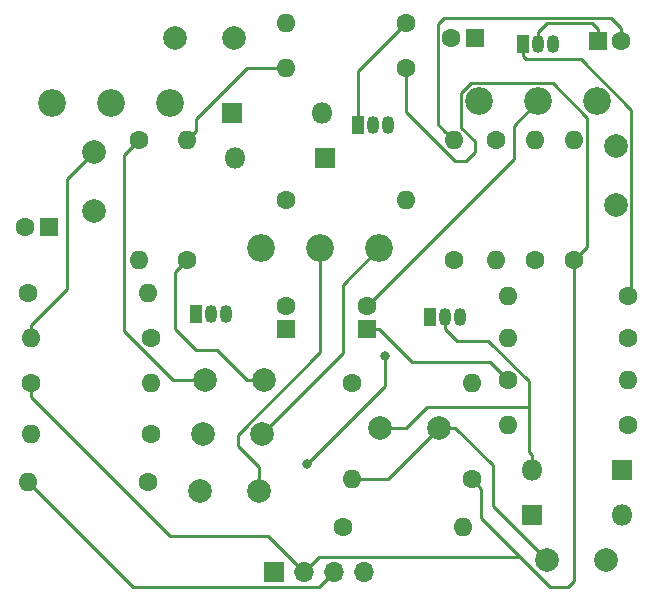
<source format=gbr>
%TF.GenerationSoftware,KiCad,Pcbnew,7.0.11+dfsg-1build4*%
%TF.CreationDate,2025-11-16T21:21:00-05:00*%
%TF.ProjectId,Distortion-01-BMP,44697374-6f72-4746-996f-6e2d30312d42,rev?*%
%TF.SameCoordinates,Original*%
%TF.FileFunction,Copper,L2,Bot*%
%TF.FilePolarity,Positive*%
%FSLAX46Y46*%
G04 Gerber Fmt 4.6, Leading zero omitted, Abs format (unit mm)*
G04 Created by KiCad (PCBNEW 7.0.11+dfsg-1build4) date 2025-11-16 21:21:00*
%MOMM*%
%LPD*%
G01*
G04 APERTURE LIST*
%TA.AperFunction,ComponentPad*%
%ADD10R,1.600000X1.600000*%
%TD*%
%TA.AperFunction,ComponentPad*%
%ADD11C,1.600000*%
%TD*%
%TA.AperFunction,ComponentPad*%
%ADD12C,2.000000*%
%TD*%
%TA.AperFunction,ComponentPad*%
%ADD13O,1.800000X1.800000*%
%TD*%
%TA.AperFunction,ComponentPad*%
%ADD14R,1.800000X1.800000*%
%TD*%
%TA.AperFunction,ComponentPad*%
%ADD15R,1.700000X1.700000*%
%TD*%
%TA.AperFunction,ComponentPad*%
%ADD16O,1.700000X1.700000*%
%TD*%
%TA.AperFunction,ComponentPad*%
%ADD17R,1.050000X1.500000*%
%TD*%
%TA.AperFunction,ComponentPad*%
%ADD18O,1.050000X1.500000*%
%TD*%
%TA.AperFunction,ComponentPad*%
%ADD19O,1.600000X1.600000*%
%TD*%
%TA.AperFunction,ComponentPad*%
%ADD20C,2.340000*%
%TD*%
%TA.AperFunction,ViaPad*%
%ADD21C,0.800000*%
%TD*%
%TA.AperFunction,Conductor*%
%ADD22C,0.250000*%
%TD*%
G04 APERTURE END LIST*
D10*
X150368000Y-53594000D03*
D11*
X152368000Y-53594000D03*
D12*
X151892000Y-62484000D03*
X151892000Y-67484000D03*
D10*
X139954000Y-53340000D03*
D11*
X137954000Y-53340000D03*
D10*
X130810000Y-77978000D03*
D11*
X130810000Y-75978000D03*
D12*
X146050000Y-97536000D03*
X151050000Y-97536000D03*
X136906000Y-86360000D03*
X131906000Y-86360000D03*
D10*
X123952000Y-77978000D03*
D11*
X123952000Y-75978000D03*
D12*
X117094000Y-82296000D03*
X122094000Y-82296000D03*
X121920000Y-86868000D03*
X116920000Y-86868000D03*
X121666000Y-91694000D03*
X116666000Y-91694000D03*
D10*
X103886000Y-69342000D03*
D11*
X101886000Y-69342000D03*
D13*
X152400000Y-93726000D03*
D14*
X144780000Y-93726000D03*
X152400000Y-89916000D03*
D13*
X144780000Y-89916000D03*
D14*
X127254000Y-63500000D03*
D13*
X119634000Y-63500000D03*
D14*
X119380000Y-59690000D03*
D13*
X127000000Y-59690000D03*
D15*
X122936000Y-98552000D03*
D16*
X125476000Y-98552000D03*
X128016000Y-98552000D03*
X130556000Y-98552000D03*
D17*
X144018000Y-53848000D03*
D18*
X145288000Y-53848000D03*
X146558000Y-53848000D03*
X138684000Y-76962000D03*
X137414000Y-76962000D03*
D17*
X136144000Y-76962000D03*
X130048000Y-60706000D03*
D18*
X131318000Y-60706000D03*
X132588000Y-60706000D03*
X118872000Y-76708000D03*
X117602000Y-76708000D03*
D17*
X116332000Y-76708000D03*
D11*
X138176000Y-72136000D03*
D19*
X138176000Y-61976000D03*
D11*
X141732000Y-61976000D03*
D19*
X141732000Y-72136000D03*
D11*
X145034000Y-72136000D03*
D19*
X145034000Y-61976000D03*
D11*
X148336000Y-72136000D03*
D19*
X148336000Y-61976000D03*
D11*
X152908000Y-75184000D03*
D19*
X142748000Y-75184000D03*
D11*
X152908000Y-78740000D03*
D19*
X142748000Y-78740000D03*
D11*
X142748000Y-82296000D03*
D19*
X152908000Y-82296000D03*
D11*
X152908000Y-86106000D03*
D19*
X142748000Y-86106000D03*
D11*
X129540000Y-82550000D03*
D19*
X139700000Y-82550000D03*
D11*
X139700000Y-90678000D03*
D19*
X129540000Y-90678000D03*
D11*
X128778000Y-94742000D03*
D19*
X138938000Y-94742000D03*
D11*
X115570000Y-72136000D03*
D19*
X115570000Y-61976000D03*
D11*
X134112000Y-55880000D03*
D19*
X123952000Y-55880000D03*
D11*
X134112000Y-52070000D03*
D19*
X123952000Y-52070000D03*
D11*
X111506000Y-61976000D03*
D19*
X111506000Y-72136000D03*
D11*
X112522000Y-86868000D03*
D19*
X102362000Y-86868000D03*
D11*
X102362000Y-82550000D03*
D19*
X112522000Y-82550000D03*
X102108000Y-90932000D03*
D11*
X112268000Y-90932000D03*
D19*
X112268000Y-74930000D03*
D11*
X102108000Y-74930000D03*
D19*
X102362000Y-78740000D03*
D11*
X112522000Y-78740000D03*
D20*
X150300000Y-58700000D03*
X145300000Y-58700000D03*
X140300000Y-58700000D03*
X131900000Y-71150000D03*
X126900000Y-71150000D03*
X121900000Y-71150000D03*
X114200000Y-58800000D03*
X109200000Y-58800000D03*
X104200000Y-58800000D03*
D19*
X134112000Y-67056000D03*
D11*
X123952000Y-67056000D03*
D12*
X119554000Y-53340000D03*
X114554000Y-53340000D03*
X107696000Y-67992000D03*
X107696000Y-62992000D03*
D21*
X125730000Y-89408000D03*
X132334000Y-80264000D03*
D22*
X151525360Y-51619990D02*
X137356010Y-51619990D01*
X152368000Y-52462630D02*
X151525360Y-51619990D01*
X137376001Y-61176001D02*
X138176000Y-61976000D01*
X136828999Y-52147001D02*
X136828999Y-60628999D01*
X136828999Y-60628999D02*
X137376001Y-61176001D01*
X152368000Y-53594000D02*
X152368000Y-52462630D01*
X137356010Y-51619990D02*
X136828999Y-52147001D01*
X150368000Y-52544000D02*
X150368000Y-53594000D01*
X149894000Y-52070000D02*
X150368000Y-52544000D01*
X145288000Y-53848000D02*
X145288000Y-52848000D01*
X145288000Y-52848000D02*
X146066000Y-52070000D01*
X146066000Y-52070000D02*
X149894000Y-52070000D01*
X143256000Y-63532000D02*
X143256000Y-60744000D01*
X143256000Y-60744000D02*
X145300000Y-58700000D01*
X130810000Y-75978000D02*
X143256000Y-63532000D01*
X141224000Y-80772000D02*
X142748000Y-82296000D01*
X131860000Y-77978000D02*
X134654000Y-80772000D01*
X134654000Y-80772000D02*
X141224000Y-80772000D01*
X130810000Y-77978000D02*
X131860000Y-77978000D01*
X138320213Y-86360000D02*
X136906000Y-86360000D01*
X146050000Y-97536000D02*
X141478000Y-92964000D01*
X136906000Y-86360000D02*
X132588000Y-90678000D01*
X141478000Y-92964000D02*
X141478000Y-89517787D01*
X132588000Y-90678000D02*
X129540000Y-90678000D01*
X141478000Y-89517787D02*
X138320213Y-86360000D01*
X138446000Y-78994000D02*
X137414000Y-77962000D01*
X135890000Y-84582000D02*
X144526000Y-84582000D01*
X141111002Y-78994000D02*
X138446000Y-78994000D01*
X134112000Y-86360000D02*
X135890000Y-84582000D01*
X131906000Y-86360000D02*
X134112000Y-86360000D01*
X144780000Y-88643208D02*
X144526000Y-88389208D01*
X144526000Y-82408998D02*
X141111002Y-78994000D01*
X144780000Y-89916000D02*
X144780000Y-88643208D01*
X144526000Y-84582000D02*
X144526000Y-82408998D01*
X144526000Y-88389208D02*
X144526000Y-84582000D01*
X137414000Y-77962000D02*
X137414000Y-76962000D01*
X123952000Y-75978000D02*
X123952000Y-75946000D01*
X120650000Y-55880000D02*
X123952000Y-55880000D01*
X115570000Y-61976000D02*
X116369999Y-61176001D01*
X110236000Y-63246000D02*
X111506000Y-61976000D01*
X116369999Y-61176001D02*
X116369999Y-60160001D01*
X110236000Y-78119002D02*
X110236000Y-63246000D01*
X116369999Y-60160001D02*
X120650000Y-55880000D01*
X117094000Y-82296000D02*
X114412998Y-82296000D01*
X114412998Y-82296000D02*
X110236000Y-78119002D01*
X118139787Y-79756000D02*
X116332000Y-79756000D01*
X122094000Y-82296000D02*
X120679787Y-82296000D01*
X114554000Y-77978000D02*
X114554000Y-73152000D01*
X114554000Y-73152000D02*
X115570000Y-72136000D01*
X116332000Y-79756000D02*
X114554000Y-77978000D01*
X120679787Y-82296000D02*
X118139787Y-79756000D01*
X121920000Y-86868000D02*
X128778000Y-80010000D01*
X128778000Y-74272000D02*
X131900000Y-71150000D01*
X128778000Y-80010000D02*
X128778000Y-74272000D01*
X105410000Y-65278000D02*
X107696000Y-62992000D01*
X128016000Y-98552000D02*
X126746000Y-99822000D01*
X105410000Y-74560630D02*
X105410000Y-65278000D01*
X102362000Y-77608630D02*
X105410000Y-74560630D01*
X102362000Y-78740000D02*
X102362000Y-77608630D01*
X126746000Y-99822000D02*
X110998000Y-99822000D01*
X110998000Y-99822000D02*
X102108000Y-90932000D01*
X119888000Y-86938998D02*
X126900000Y-79926998D01*
X126900000Y-72804629D02*
X126900000Y-71150000D01*
X126900000Y-79926998D02*
X126900000Y-72804629D01*
X121666000Y-91694000D02*
X121666000Y-89662000D01*
X121666000Y-89662000D02*
X119888000Y-87884000D01*
X119888000Y-87884000D02*
X119888000Y-86938998D01*
X148336000Y-72136000D02*
X149461001Y-71010999D01*
X146374998Y-99822000D02*
X147828000Y-99822000D01*
X139192000Y-63754000D02*
X138288998Y-63754000D01*
X149461001Y-60073603D02*
X146558000Y-57170602D01*
X139954000Y-62088998D02*
X139954000Y-62992000D01*
X102362000Y-83681370D02*
X102362000Y-82550000D01*
X138288998Y-63754000D02*
X134112000Y-59577002D01*
X147828000Y-99822000D02*
X148336000Y-99314000D01*
X140499999Y-91477999D02*
X140499999Y-93947001D01*
X149461001Y-71010999D02*
X149461001Y-60073603D01*
X146558000Y-57170602D02*
X139616796Y-57170602D01*
X140499999Y-93947001D02*
X143834998Y-97282000D01*
X139616796Y-57170602D02*
X138804999Y-57982399D01*
X139700000Y-90678000D02*
X140499999Y-91477999D01*
X148336000Y-99314000D02*
X148336000Y-72136000D01*
X125476000Y-98552000D02*
X126746000Y-97282000D01*
X134112000Y-59577002D02*
X134112000Y-57011370D01*
X134112000Y-57011370D02*
X134112000Y-55880000D01*
X143834998Y-97282000D02*
X146374998Y-99822000D01*
X125476000Y-98552000D02*
X122428000Y-95504000D01*
X122428000Y-95504000D02*
X114184630Y-95504000D01*
X138804999Y-60939997D02*
X139954000Y-62088998D01*
X138804999Y-57982399D02*
X138804999Y-60939997D01*
X139954000Y-62992000D02*
X139192000Y-63754000D01*
X114184630Y-95504000D02*
X102362000Y-83681370D01*
X126746000Y-97282000D02*
X143834998Y-97282000D01*
X125730000Y-89408000D02*
X132334000Y-82804000D01*
X132334000Y-82804000D02*
X132334000Y-80264000D01*
X144288000Y-55118000D02*
X144018000Y-54848000D01*
X148930602Y-55118000D02*
X144288000Y-55118000D01*
X153217001Y-74874999D02*
X153217001Y-59404399D01*
X153217001Y-59404399D02*
X148930602Y-55118000D01*
X152908000Y-75184000D02*
X153217001Y-74874999D01*
X144018000Y-54848000D02*
X144018000Y-53848000D01*
X130048000Y-56134000D02*
X134112000Y-52070000D01*
X130048000Y-60706000D02*
X130048000Y-56134000D01*
M02*

</source>
